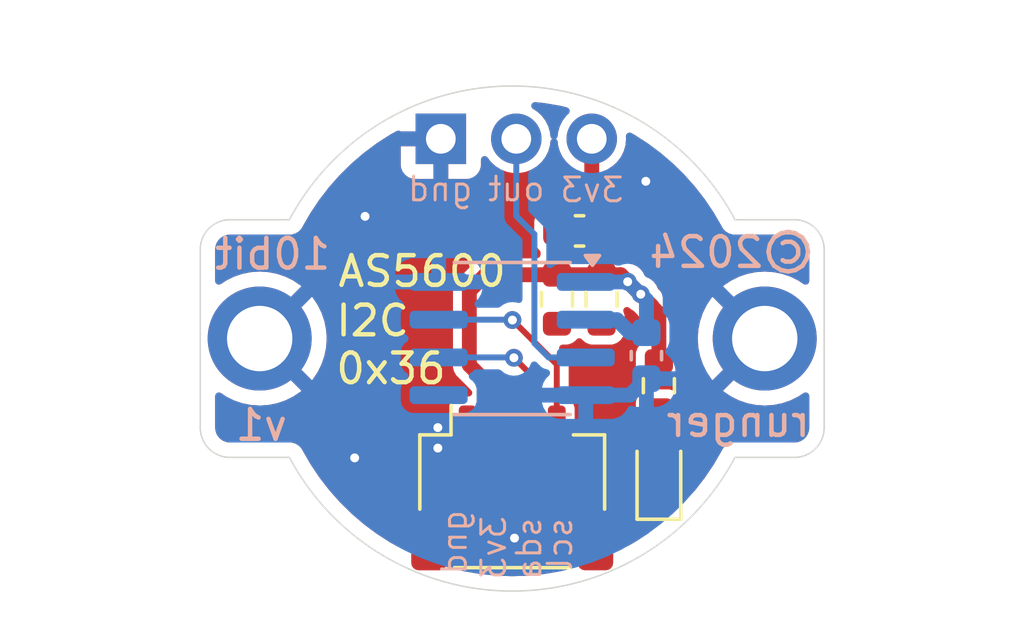
<source format=kicad_pcb>
(kicad_pcb (version 20240108) (generator "pcbnew") (generator_version "8.0")
  (layers (0 "F.Cu" signal) (31 "B.Cu" signal) (34 "B.Paste" user) (35 "F.Paste" user) (36 "B.SilkS" user "B.Silkscreen") (37 "F.SilkS" user "F.Silkscreen") (38 "B.Mask" user) (39 "F.Mask" user) (44 "Edge.Cuts" user))
  (net 0 "")
  (net 1 "GND")
  (net 2 "VDD")
  (net 3 "Net-(D1-A)")
  (net 4 "/SDA")
  (net 6 "/SCL")
  (net 7 "/OUT")
  (footprint "MountingHole:MountingHole_2.2mm_M2_ISO7380_Pad" (layer "F.Cu") (at 83.292893 67.712893)
    (property "Reference" "H2")
    (property "Value" "MountingHole_Pad")
    (pad "1" thru_hole circle (at 0 0) (size 3.5 3.5) (drill 2.2) (layers "*.Cu" "*.Mask") (net 1 "GND"))
  )
  (footprint "Capacitor_SMD:C_0603_1608Metric" (layer "F.Cu") (at 77.06 64.09)
    (property "Reference" "C1" (hide yes))
    (property "Value" "10uF")
    (fp_line (start -0.14058 -0.51) (end 0.14058 -0.51) (stroke (width 0.12)) (layer "F.SilkS"))
    (fp_line (start -0.14058 0.51) (end 0.14058 0.51) (stroke (width 0.12)) (layer "F.SilkS"))
    (pad "1" smd roundrect (at -0.775 0) (size 0.9 0.95) (layers "F.Cu" "F.Paste" "F.Mask") (net 2 "VDD"))
    (pad "2" smd roundrect (at 0.775 0) (size 0.9 0.95) (layers "F.Cu" "F.Paste" "F.Mask") (net 1 "GND"))
  )
  (footprint "Connector_JST:JST_SH_SM04B-SRSS-TB_1x04-1MP_P1.00mm_Horizontal" (layer "F.Cu") (at 74.792893 72.74)
    (property "Reference" "J1" (hide yes))
    (property "Value" "Conn_01x04")
    (fp_line (start -3.11 -1.785) (end -2.06 -1.785) (stroke (width 0.12)) (layer "F.SilkS"))
    (fp_line (start -3.11 0.715) (end -3.11 -1.785) (stroke (width 0.12)) (layer "F.SilkS"))
    (fp_line (start -2.06 -1.785) (end -2.06 -2.775) (stroke (width 0.12)) (layer "F.SilkS"))
    (fp_line (start -1.94 2.685) (end 1.94 2.685) (stroke (width 0.12)) (layer "F.SilkS"))
    (fp_line (start 3.11 -1.785) (end 2.06 -1.785) (stroke (width 0.12)) (layer "F.SilkS"))
    (fp_line (start 3.11 0.715) (end 3.11 -1.785) (stroke (width 0.12)) (layer "F.SilkS"))
    (pad "1" smd roundrect (at -1.5 -2) (size 0.6 1.55) (layers "F.Cu" "F.Paste" "F.Mask"))
    (pad "2" smd roundrect (at -0.5 -2) (size 0.6 1.55) (layers "F.Cu" "F.Paste" "F.Mask") (net 2 "VDD"))
    (pad "3" smd roundrect (at 0.5 -2) (size 0.6 1.55) (layers "F.Cu" "F.Paste" "F.Mask") (net 4 "/SDA"))
    (pad "4" smd roundrect (at 1.5 -2) (size 0.6 1.55) (layers "F.Cu" "F.Paste" "F.Mask") (net 6 "/SCL"))
    (pad "MP" smd roundrect (at -2.8 1.875) (size 1.2 1.8) (layers "F.Cu" "F.Paste" "F.Mask") (roundrect_rratio 0.208333))
    (pad "MP" smd roundrect (at 2.8 1.875) (size 1.2 1.8) (layers "F.Cu" "F.Paste" "F.Mask") (roundrect_rratio 0.208333))
  )
  (footprint "MountingHole:MountingHole_2.2mm_M2_ISO7380_Pad" (layer "F.Cu") (at 66.292893 67.712893)
    (property "Reference" "H1")
    (property "Value" "MountingHole_Pad")
    (pad "1" thru_hole circle (at 0 0) (size 3.5 3.5) (drill 2.2) (layers "*.Cu" "*.Mask") (net 1 "GND"))
  )
  (footprint "Resistor_SMD:R_0603_1608Metric" (layer "F.Cu") (at 76.3 66.39 -90)
    (property "Reference" "R3" (hide yes))
    (property "Value" "5k1")
    (fp_line (start -0.237258 0.5225) (end 0.237258 0.5225) (stroke (width 0.12)) (layer "F.SilkS"))
    (fp_line (start -0.237258 -0.5225) (end 0.237258 -0.5225) (stroke (width 0.12)) (layer "F.SilkS"))
    (pad "1" smd roundrect (at -0.825 0 270) (size 0.8 0.95) (layers "F.Cu" "F.Paste" "F.Mask") (net 2 "VDD"))
    (pad "2" smd roundrect (at 0.825 0 270) (size 0.8 0.95) (layers "F.Cu" "F.Paste" "F.Mask") (net 6 "/SCL"))
  )
  (footprint "Connector_PinHeader_2.54mm:PinHeader_1x03_P2.54mm_Vertical" (layer "F.Cu") (at 72.39 60.99 90)
    (property "Reference" "J3" (hide yes))
    (property "Value" "Conn_01x03")
    (pad "1" thru_hole rect (at 0 0 90) (size 1.7 1.7) (drill 1) (layers "*.Cu" "*.Mask") (net 1 "GND"))
    (pad "2" thru_hole oval (at 0 2.54 90) (size 1.7 1.7) (drill 1) (layers "*.Cu" "*.Mask") (net 7 "/OUT"))
    (pad "3" thru_hole oval (at 0 5.08 90) (size 1.7 1.7) (drill 1) (layers "*.Cu" "*.Mask") (net 2 "VDD"))
  )
  (footprint "LED_SMD:LED_0603_1608Metric" (layer "F.Cu") (at 79.73 72.31 90)
    (property "Reference" "D1" (hide yes))
    (property "Value" "LED green")
    (fp_line (start 0.8 -0.735) (end -1.485 -0.735) (stroke (width 0.12)) (layer "F.SilkS"))
    (fp_line (start -1.485 -0.735) (end -1.485 0.735) (stroke (width 0.12)) (layer "F.SilkS"))
    (fp_line (start -1.485 0.735) (end 0.8 0.735) (stroke (width 0.12)) (layer "F.SilkS"))
    (pad "1" smd roundrect (at -0.7875 0 90) (size 0.875 0.95) (layers "F.Cu" "F.Paste" "F.Mask") (net 1 "GND"))
    (pad "2" smd roundrect (at 0.7875 0 90) (size 0.875 0.95) (layers "F.Cu" "F.Paste" "F.Mask") (net 3 "Net-(D1-A)"))
  )
  (footprint "Resistor_SMD:R_0603_1608Metric" (layer "F.Cu") (at 77.8 66.39 -90)
    (property "Reference" "R2" (hide yes))
    (property "Value" "5k1")
    (fp_line (start -0.237258 0.5225) (end 0.237258 0.5225) (stroke (width 0.12)) (layer "F.SilkS"))
    (fp_line (start -0.237258 -0.5225) (end 0.237258 -0.5225) (stroke (width 0.12)) (layer "F.SilkS"))
    (pad "1" smd roundrect (at -0.825 0 270) (size 0.8 0.95) (layers "F.Cu" "F.Paste" "F.Mask") (net 2 "VDD"))
    (pad "2" smd roundrect (at 0.825 0 270) (size 0.8 0.95) (layers "F.Cu" "F.Paste" "F.Mask") (net 4 "/SDA"))
  )
  (footprint "PCM_kikit:Tab" (layer "F.Cu") (at 63.9 67.78)
    (property "Reference" "T1" (hide yes))
    (property "Value" "Tab")
  )
  (footprint "PCM_kikit:Tab" (layer "F.Cu") (at 85.68 67.78 180)
    (property "Reference" "T2" (hide yes))
    (property "Value" "Tab")
  )
  (footprint "Resistor_SMD:R_0603_1608Metric" (layer "F.Cu") (at 79.73 69.3 -90)
    (property "Reference" "R1" (hide yes))
    (property "Value" "2k2")
    (fp_line (start -0.237258 0.5225) (end 0.237258 0.5225) (stroke (width 0.12)) (layer "F.SilkS"))
    (fp_line (start -0.237258 -0.5225) (end 0.237258 -0.5225) (stroke (width 0.12)) (layer "F.SilkS"))
    (pad "1" smd roundrect (at -0.825 0 270) (size 0.8 0.95) (layers "F.Cu" "F.Paste" "F.Mask") (net 2 "VDD"))
    (pad "2" smd roundrect (at 0.825 0 270) (size 0.8 0.95) (layers "F.Cu" "F.Paste" "F.Mask") (net 3 "Net-(D1-A)"))
  )
  (footprint "Capacitor_SMD:C_0603_1608Metric" (layer "B.Cu") (at 79.31 68.29 90)
    (property "Reference" "C2" (hide yes))
    (property "Value" "100nF")
    (fp_line (start 0.14058 -0.51) (end -0.14058 -0.51) (stroke (width 0.12)) (layer "B.SilkS"))
    (fp_line (start 0.14058 0.51) (end -0.14058 0.51) (stroke (width 0.12)) (layer "B.SilkS"))
    (pad "1" smd roundrect (at -0.775 0 90) (size 0.9 0.95) (layers "B.Cu" "B.Paste" "B.Mask") (net 1 "GND"))
    (pad "2" smd roundrect (at 0.775 0 90) (size 0.9 0.95) (layers "B.Cu" "B.Paste" "B.Mask") (net 2 "VDD"))
  )
  (footprint "Package_SO:SOIC-8_3.9x4.9mm_P1.27mm" (layer "B.Cu") (at 74.792893 67.712894 180)
    (property "Reference" "IC1" (hide yes))
    (property "Value" "AS5600L")
    (fp_line (start 1.95 2.56) (end 0 2.56) (stroke (width 0.12)) (layer "B.SilkS"))
    (fp_line (start 1.95 -2.56) (end 0 -2.56) (stroke (width 0.12)) (layer "B.SilkS"))
    (fp_line (start -1.95 2.56) (end 0 2.56) (stroke (width 0.12)) (layer "B.SilkS"))
    (fp_line (start -1.95 -2.56) (end 0 -2.56) (stroke (width 0.12)) (layer "B.SilkS"))
    (fp_poly (pts (xy -2.7 2.465) (xy -2.94 2.795) (xy -2.46 2.795) (xy -2.7 2.465)) (stroke (width 0.12)) (fill solid) (layer "B.SilkS"))
    (pad "1" smd roundrect (at -2.475 1.905 180) (size 1.95 0.6) (layers "B.Cu" "B.Paste" "B.Mask") (net 2 "VDD"))
    (pad "2" smd roundrect (at -2.475 0.635 180) (size 1.95 0.6) (layers "B.Cu" "B.Paste" "B.Mask") (net 2 "VDD"))
    (pad "3" smd roundrect (at -2.475 -0.635 180) (size 1.95 0.6) (layers "B.Cu" "B.Paste" "B.Mask") (net 7 "/OUT"))
    (pad "4" smd roundrect (at -2.475 -1.905 180) (size 1.95 0.6) (layers "B.Cu" "B.Paste" "B.Mask") (net 1 "GND"))
    (pad "5" smd roundrect (at 2.475 -1.905 180) (size 1.95 0.6) (layers "B.Cu" "B.Paste" "B.Mask"))
    (pad "6" smd roundrect (at 2.475 -0.635 180) (size 1.95 0.6) (layers "B.Cu" "B.Paste" "B.Mask") (net 4 "/SDA"))
    (pad "7" smd roundrect (at 2.475 0.635 180) (size 1.95 0.6) (layers "B.Cu" "B.Paste" "B.Mask") (net 6 "/SCL"))
    (pad "8" smd roundrect (at 2.475 1.905 180) (size 1.95 0.6) (layers "B.Cu" "B.Paste" "B.Mask") (net 1 "GND"))
  )
  (gr_line (start 84.292893 71.712893) (end 82.292892 71.712894) (stroke (width 0.05)) (layer "Edge.Cuts"))
  (gr_arc (start 85.292893 70.712893) (mid 85 71.42) (end 84.292893 71.712893) (stroke (width 0.05)) (layer "Edge.Cuts"))
  (gr_line (start 85.292893 64.712893) (end 85.292893 70.712893) (stroke (width 0.05)) (layer "Edge.Cuts"))
  (gr_arc (start 65.292893 71.712893) (mid 64.585786 71.42) (end 64.292893 70.712893) (stroke (width 0.05)) (layer "Edge.Cuts"))
  (gr_arc (start 82.292892 71.712894) (mid 74.792892 76.212893) (end 67.292893 71.712892) (stroke (width 0.05)) (layer "Edge.Cuts"))
  (gr_arc (start 84.292893 63.712893) (mid 85 64.005786) (end 85.292893 64.712893) (stroke (width 0.05)) (layer "Edge.Cuts"))
  (gr_line (start 64.292893 64.712893) (end 64.292893 70.712893) (stroke (width 0.05)) (layer "Edge.Cuts"))
  (gr_arc (start 64.292893 64.712893) (mid 64.585786 64.005786) (end 65.292893 63.712893) (stroke (width 0.05)) (layer "Edge.Cuts"))
  (gr_line (start 82.292892 63.712893) (end 84.292893 63.712893) (stroke (width 0.05)) (layer "Edge.Cuts"))
  (gr_line (start 65.292893 71.712893) (end 67.292893 71.712893) (stroke (width 0.05)) (layer "Edge.Cuts"))
  (gr_arc (start 67.292894 63.712894) (mid 74.792893 59.212894) (end 82.292892 63.712893) (stroke (width 0.05)) (layer "Edge.Cuts"))
  (gr_line (start 67.292894 63.712894) (end 65.292893 63.712893) (stroke (width 0.05)) (layer "Edge.Cuts"))
  (gr_text "3v3" (at 78.61 62.71 0) (layer "B.SilkS") (effects (font (size 0.8 0.8) (thickness 0.1)) (justify left mirror)))
  (gr_text "v1" (at 66.35 70.63 0) (layer "B.SilkS") (effects (font (size 1 1)) (justify mirror)))
  (gr_text "scl" (at 76.4 73.69 90) (layer "B.SilkS") (effects (font (size 0.8 0.8) (thickness 0.1)) (justify left mirror)))
  (gr_text "3v3" (at 74.17 73.62 90) (layer "B.SilkS") (effects (font (size 0.8 0.8) (thickness 0.1)) (justify left mirror)))
  (gr_text "10bit" (at 66.73 64.87 0) (layer "B.SilkS") (effects (font (size 1 1)) (justify mirror)))
  (gr_text "gnd" (at 72.85 73.42 90) (layer "B.SilkS") (effects (font (size 0.8 0.8) (thickness 0.1)) (justify left mirror)))
  (gr_text "gnd" (at 73.52 62.68 0) (layer "B.SilkS") (effects (font (size 0.8 0.8) (thickness 0.1)) (justify left mirror)))
  (gr_text "out" (at 75.95 62.68 0) (layer "B.SilkS") (effects (font (size 0.8 0.8) (thickness 0.1)) (justify left mirror)))
  (gr_text "sda" (at 75.36 73.68 90) (layer "B.SilkS") (effects (font (size 0.8 0.8) (thickness 0.1)) (justify left mirror)))
  (gr_text "©2024" (at 82.18 64.81 0) (layer "B.SilkS") (effects (font (size 1 1)) (justify mirror)))
  (gr_text "runger" (at 82.4 70.5 0) (layer "B.SilkS") (effects (font (size 1 1)) (justify mirror)))
  (gr_text "I2C\n0x36" (at 68.78 67.92 0) (layer "F.SilkS") (effects (font (size 1 1)) (justify left)))
  (gr_text "AS5600" (at 71.76 65.45 0) (layer "F.SilkS") (effects (font (size 1 1))))
  (via (at 79.29 62.42) (size 0.6) (drill 0.3) (layers "F.Cu" "B.Cu") (net 1))
  (via (at 74.87 74.43) (size 0.6) (drill 0.3) (layers "F.Cu" "B.Cu") (net 1))
  (via (at 69.49 71.73) (size 0.6) (drill 0.3) (layers "F.Cu" "B.Cu") (net 1))
  (via (at 72.29 70.71) (size 0.6) (drill 0.3) (layers "F.Cu" "B.Cu") (net 1))
  (via (at 72.29 71.4) (size 0.6) (drill 0.3) (layers "F.Cu" "B.Cu") (net 1))
  (via (at 69.84 63.6) (size 0.6) (drill 0.3) (layers "F.Cu" "B.Cu") (net 1))
  (segment (start 78.757106 69.617894) (end 79.31 69.065) (width 0.5) (layer "B.Cu") (net 1))
  (segment (start 77.267893 69.617894) (end 78.757106 69.617894) (width 0.5) (layer "B.Cu") (net 1))
  (segment (start 73.35 66.11) (end 73.895 65.565) (width 0.5) (layer "F.Cu") (net 2))
  (segment (start 77.47 62.27) (end 77.47 60.99) (width 0.5) (layer "F.Cu") (net 2))
  (segment (start 79.5 66.62) (end 79.5 66.64) (width 0.5) (layer "F.Cu") (net 2))
  (segment (start 73.895 65.565) (end 76.3 65.565) (width 0.5) (layer "F.Cu") (net 2))
  (segment (start 74.292893 70.74) (end 74.292893 69.552893) (width 0.5) (layer "F.Cu") (net 2))
  (segment (start 79.12 66.24) (end 79.5 66.62) (width 0.5) (layer "F.Cu") (net 2))
  (segment (start 79.5 66.64) (end 79.73 66.87) (width 0.5) (layer "F.Cu") (net 2))
  (segment (start 79.73 66.87) (end 79.73 68.475) (width 0.5) (layer "F.Cu") (net 2))
  (segment (start 74.292893 69.552893) (end 73.35 68.61) (width 0.5) (layer "F.Cu") (net 2))
  (segment (start 76.3 65.565) (end 76.3 64.105) (width 0.5) (layer "F.Cu") (net 2))
  (segment (start 79.12 66.22) (end 79.1 66.22) (width 0.5) (layer "F.Cu") (net 2))
  (segment (start 79.1 66.22) (end 78.445 65.565) (width 0.5) (layer "F.Cu") (net 2))
  (segment (start 76.3 64.105) (end 76.285 64.09) (width 0.5) (layer "F.Cu") (net 2))
  (segment (start 76.285 63.455) (end 77.47 62.27) (width 0.5) (layer "F.Cu") (net 2))
  (segment (start 73.35 68.61) (end 73.35 66.11) (width 0.5) (layer "F.Cu") (net 2))
  (segment (start 79.12 66.22) (end 79.12 66.24) (width 0.5) (layer "F.Cu") (net 2))
  (segment (start 77.8 65.565) (end 78.445 65.565) (width 0.5) (layer "F.Cu") (net 2))
  (segment (start 78.445 65.565) (end 78.68 65.8) (width 0.5) (layer "F.Cu") (net 2))
  (segment (start 76.285 64.09) (end 76.285 63.455) (width 0.5) (layer "F.Cu") (net 2))
  (segment (start 76.3 65.565) (end 77.8 65.565) (width 0.5) (layer "F.Cu") (net 2))
  (via (at 78.68 65.8) (size 0.6) (drill 0.3) (layers "F.Cu" "B.Cu") (net 2))
  (via (at 79.12 66.22) (size 0.6) (drill 0.3) (layers "F.Cu" "B.Cu") (net 2))
  (segment (start 78.672106 65.807894) (end 78.68 65.8) (width 0.5) (layer "B.Cu") (net 2))
  (segment (start 77.267893 65.807894) (end 78.672106 65.807894) (width 0.5) (layer "B.Cu") (net 2))
  (segment (start 78.755 67.515) (end 79.31 67.515) (width 0.5) (layer "B.Cu") (net 2))
  (segment (start 79.31 66.41) (end 79.12 66.22) (width 0.5) (layer "B.Cu") (net 2))
  (segment (start 79.12 66.22) (end 79.1 66.22) (width 0.5) (layer "B.Cu") (net 2))
  (segment (start 79.1 66.22) (end 78.68 65.8) (width 0.5) (layer "B.Cu") (net 2))
  (segment (start 78.317894 67.077894) (end 78.755 67.515) (width 0.5) (layer "B.Cu") (net 2))
  (segment (start 79.31 67.515) (end 79.31 66.41) (width 0.5) (layer "B.Cu") (net 2))
  (segment (start 77.267893 67.077894) (end 78.317894 67.077894) (width 0.5) (layer "B.Cu") (net 2))
  (segment (start 75.292893 70.74) (end 75.292893 68.802895) (width 0.2) (layer "F.Cu") (net 4))
  (segment (start 75.292893 68.802895) (end 74.85 68.360002) (width 0.2) (layer "F.Cu") (net 4))
  (via (at 74.85 68.360002) (size 0.6) (drill 0.3) (layers "F.Cu" "B.Cu") (net 4))
  (segment (start 72.317893 68.347894) (end 74.837892 68.347894) (width 0.2) (layer "B.Cu") (net 4))
  (segment (start 74.837892 68.347894) (end 74.85 68.360002) (width 0.2) (layer "B.Cu") (net 4))
  (segment (start 76.292893 70.74) (end 76.292893 68.582893) (width 0.2) (layer "F.Cu") (net 6))
  (segment (start 76.292893 68.582893) (end 74.8 67.09) (width 0.2) (layer "F.Cu") (net 6))
  (via (at 74.8 67.09) (size 0.6) (drill 0.3) (layers "F.Cu" "B.Cu") (net 6))
  (segment (start 72.317893 67.077894) (end 74.787894 67.077894) (width 0.2) (layer "B.Cu") (net 6))
  (segment (start 74.787894 67.077894) (end 74.8 67.09) (width 0.2) (layer "B.Cu") (net 6))
  (segment (start 76.017894 68.347894) (end 75.54 67.87) (width 0.2) (layer "B.Cu") (net 7))
  (segment (start 75.54 67.87) (end 75.54 64.2) (width 0.2) (layer "B.Cu") (net 7))
  (segment (start 74.93 63.59) (end 74.93 60.99) (width 0.2) (layer "B.Cu") (net 7))
  (segment (start 77.267893 68.347894) (end 76.017894 68.347894) (width 0.2) (layer "B.Cu") (net 7))
  (segment (start 75.54 64.2) (end 74.93 63.59) (width 0.2) (layer "B.Cu") (net 7))
  (zone (net 1) (net_name "GND") (layers "F&B.Cu") (connect_pads (clearance 0.3)) (min_thickness 0.25) (fill yes (thermal_gap 0.5) (thermal_bridge_width 0.5))
    (polygon (pts (xy 63.8 58.59) (xy 85.6 58.64) (xy 85.54 76.66) (xy 63.74 76.61)))
  )
)
</source>
